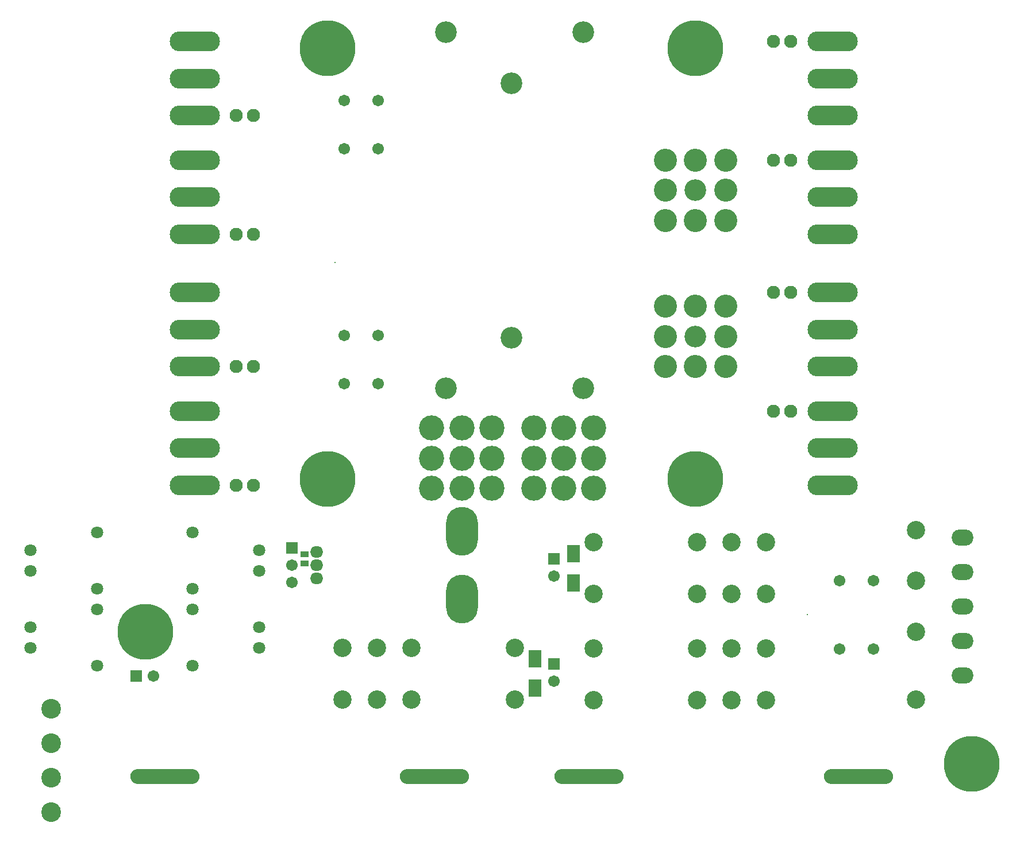
<source format=gbs>
G04*
G04 #@! TF.GenerationSoftware,Altium Limited,Altium Designer,22.8.2 (66)*
G04*
G04 Layer_Color=16711935*
%FSLAX44Y44*%
%MOMM*%
G71*
G04*
G04 #@! TF.SameCoordinates,B9550543-2847-43AE-AA18-711D015818A4*
G04*
G04*
G04 #@! TF.FilePolarity,Negative*
G04*
G01*
G75*
%ADD16R,1.9532X2.6532*%
%ADD17C,3.7032*%
%ADD18C,3.2032*%
%ADD19C,0.2032*%
%ADD20C,2.7032*%
%ADD21C,3.4032*%
%ADD22C,1.7032*%
%ADD23C,1.8032*%
%ADD24O,7.4032X2.9532*%
%ADD25O,1.9032X1.7032*%
%ADD26O,4.7032X7.2032*%
%ADD27O,10.2032X2.2032*%
%ADD28C,2.9032*%
%ADD29O,3.2032X2.4032*%
%ADD30C,8.2032*%
%ADD31R,1.7032X1.7032*%
%ADD32R,1.7032X1.7032*%
%ADD33C,1.9532*%
%ADD53R,1.1532X0.9032*%
D16*
X1338580Y929296D02*
D03*
Y886296D02*
D03*
X1281430Y731319D02*
D03*
Y774319D02*
D03*
D17*
X1323730Y1070320D02*
D03*
X1279380Y1114670D02*
D03*
X1323730D02*
D03*
X1368080D02*
D03*
X1279380Y1070320D02*
D03*
X1368080D02*
D03*
X1279380Y1025970D02*
D03*
X1323730D02*
D03*
X1368080D02*
D03*
X1218080D02*
D03*
X1173730D02*
D03*
X1129380D02*
D03*
X1218080Y1070320D02*
D03*
X1129380D02*
D03*
X1218080Y1114670D02*
D03*
X1173730D02*
D03*
X1129380D02*
D03*
X1173730Y1070320D02*
D03*
D18*
X1517808Y1249850D02*
D03*
Y1465150D02*
D03*
X1247011Y1623060D02*
D03*
Y1248060D02*
D03*
X1149965Y1173060D02*
D03*
Y1698060D02*
D03*
X1352965Y1173060D02*
D03*
Y1698060D02*
D03*
D19*
X1682750Y839470D02*
D03*
X986790Y1359070D02*
D03*
D20*
X1842750Y964470D02*
D03*
Y889470D02*
D03*
Y814470D02*
D03*
Y714470D02*
D03*
X1048465Y714465D02*
D03*
Y790665D02*
D03*
X1520280Y869950D02*
D03*
X1571080D02*
D03*
X1621880D02*
D03*
X1520280Y946150D02*
D03*
X1571080D02*
D03*
X1621880D02*
D03*
X1368080Y869950D02*
D03*
Y946150D02*
D03*
X1251465Y714465D02*
D03*
Y790665D02*
D03*
X997665Y714465D02*
D03*
X1099265D02*
D03*
X997665Y790665D02*
D03*
X1099265D02*
D03*
X1520280Y713740D02*
D03*
X1571080D02*
D03*
X1621880D02*
D03*
X1520280Y789940D02*
D03*
X1571080D02*
D03*
X1621880D02*
D03*
X1368080Y713740D02*
D03*
Y789940D02*
D03*
D21*
X1473458Y1509500D02*
D03*
X1517808D02*
D03*
X1562158D02*
D03*
X1473458Y1465150D02*
D03*
X1562158D02*
D03*
X1473458Y1420800D02*
D03*
X1517808D02*
D03*
X1562158D02*
D03*
X1473458Y1294200D02*
D03*
X1517808D02*
D03*
X1562158D02*
D03*
X1473458Y1249850D02*
D03*
X1562158D02*
D03*
X1473458Y1205500D02*
D03*
X1517808D02*
D03*
X1562158D02*
D03*
D22*
X1730540Y788670D02*
D03*
X1780540D02*
D03*
X1050760Y1179830D02*
D03*
X1000760D02*
D03*
X1050760Y1250950D02*
D03*
X1000760D02*
D03*
Y1526540D02*
D03*
X1050760D02*
D03*
X1000760Y1597660D02*
D03*
X1050760D02*
D03*
X1780540Y889470D02*
D03*
X1730540D02*
D03*
X1309772Y896620D02*
D03*
X719340Y749300D02*
D03*
X923290Y912660D02*
D03*
Y887260D02*
D03*
X1309772Y741680D02*
D03*
D23*
X636317Y847115D02*
D03*
X538179Y820819D02*
D03*
X776957Y847115D02*
D03*
X875095Y820819D02*
D03*
X776957Y764092D02*
D03*
X875095Y790388D02*
D03*
Y934272D02*
D03*
X776957Y960568D02*
D03*
X636317Y764092D02*
D03*
X538179Y790388D02*
D03*
X776957Y877545D02*
D03*
X875095Y903841D02*
D03*
X538179Y934272D02*
D03*
X636317Y960568D02*
D03*
Y877545D02*
D03*
X538179Y903841D02*
D03*
D24*
X1720000Y1030500D02*
D03*
Y1085000D02*
D03*
Y1139500D02*
D03*
Y1205500D02*
D03*
Y1260000D02*
D03*
Y1314500D02*
D03*
Y1400500D02*
D03*
Y1455000D02*
D03*
Y1509500D02*
D03*
Y1575500D02*
D03*
Y1630000D02*
D03*
Y1684500D02*
D03*
X779999Y1630000D02*
D03*
Y1684500D02*
D03*
Y1575500D02*
D03*
Y1509500D02*
D03*
Y1455000D02*
D03*
Y1400500D02*
D03*
Y1314500D02*
D03*
Y1260000D02*
D03*
Y1205500D02*
D03*
Y1030500D02*
D03*
Y1085000D02*
D03*
Y1139500D02*
D03*
D25*
X959730Y912660D02*
D03*
X959730Y893560D02*
D03*
X959730Y931760D02*
D03*
D26*
X1173730Y862660D02*
D03*
Y962660D02*
D03*
D27*
X736280Y600710D02*
D03*
X1361440D02*
D03*
X1758320D02*
D03*
X1133160D02*
D03*
D28*
X568960Y701040D02*
D03*
Y650240D02*
D03*
Y599440D02*
D03*
Y548640D02*
D03*
D29*
X1911350Y953170D02*
D03*
Y902370D02*
D03*
Y851570D02*
D03*
Y800770D02*
D03*
Y749970D02*
D03*
D30*
X707390Y814070D02*
D03*
X1517808Y1675000D02*
D03*
X976214D02*
D03*
X1517808Y1040000D02*
D03*
X976214D02*
D03*
X1925000Y620000D02*
D03*
D31*
X1309772Y922020D02*
D03*
X923290Y938060D02*
D03*
X1309772Y767080D02*
D03*
D32*
X693940Y749300D02*
D03*
D33*
X1658620Y1314500D02*
D03*
X1633220D02*
D03*
X1658620Y1139500D02*
D03*
X1633220D02*
D03*
X1658620Y1509500D02*
D03*
X1633220D02*
D03*
X1658620Y1684500D02*
D03*
X1633220D02*
D03*
X866779Y1030500D02*
D03*
X841379D02*
D03*
X866779Y1400500D02*
D03*
X841379D02*
D03*
X866779Y1575500D02*
D03*
X841379D02*
D03*
X866779Y1205500D02*
D03*
X841379D02*
D03*
D53*
X942340Y928520D02*
D03*
Y915520D02*
D03*
M02*

</source>
